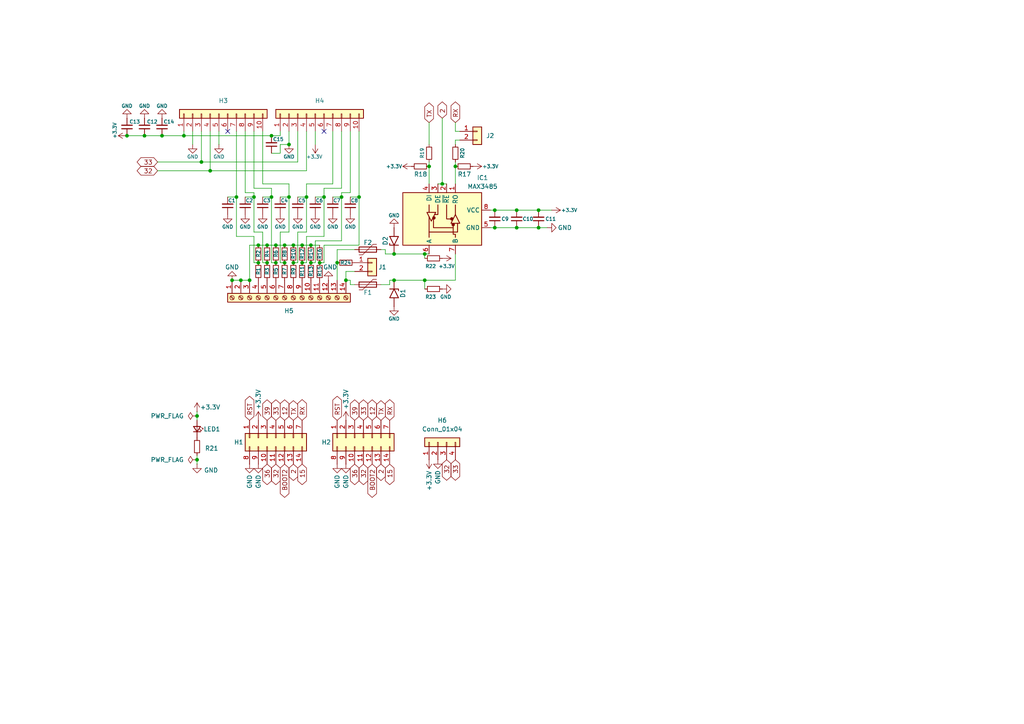
<source format=kicad_sch>
(kicad_sch (version 20231120) (generator "eeschema") (generator_version "8.0")
  (paper "A4")
  (title_block (title "SHADRS485") (rev "3.1") (company "Author: Csaba Aladar Zoltan") (comment 1 "- RS-485 interface") (comment 2 "- On board voltage dividers for each channel") (comment 3 "- Sockets and breakout for 2 ADS1115 AD converter") (comment 4 "Extension board mountable top of the SHIO88W board."))
  (junction (at 156.21 60.96))
  (junction (at 123.19 73.66))
  (junction (at 72.39 81.28))
  (junction (at 93.98 57.15))
  (junction (at 156.21 66.04))
  (junction (at 92.71 76.2))
  (junction (at 123.19 81.28))
  (junction (at 87.63 76.2))
  (junction (at 82.55 71.12))
  (junction (at 58.42 46.99))
  (junction (at 87.63 71.12))
  (junction (at 69.85 81.28))
  (junction (at 149.86 66.04))
  (junction (at 80.01 71.12))
  (junction (at 143.51 60.96))
  (junction (at 60.96 49.53))
  (junction (at 114.3 73.66))
  (junction (at 68.58 57.15))
  (junction (at 114.3 81.28))
  (junction (at 90.17 71.12))
  (junction (at 83.82 57.15))
  (junction (at 83.82 41.91))
  (junction (at 41.91 39.37))
  (junction (at 85.09 76.2))
  (junction (at 99.06 57.15))
  (junction (at 77.47 76.2))
  (junction (at 67.31 81.28))
  (junction (at 46.99 39.37))
  (junction (at 78.74 39.37))
  (junction (at 82.55 76.2))
  (junction (at 80.01 76.2))
  (junction (at 85.09 71.12))
  (junction (at 77.47 71.12))
  (junction (at 90.17 76.2))
  (junction (at 97.79 76.2))
  (junction (at 100.33 81.28))
  (junction (at 74.93 71.12))
  (junction (at 57.15 133.35))
  (junction (at 78.74 57.15))
  (junction (at 132.08 48.26))
  (junction (at 73.66 57.15))
  (junction (at 128.27 53.34))
  (junction (at 53.34 39.37))
  (junction (at 124.46 48.26))
  (junction (at 74.93 76.2))
  (junction (at 104.14 57.15))
  (junction (at 143.51 66.04))
  (junction (at 36.83 39.37))
  (junction (at 149.86 60.96))
  (junction (at 88.9 57.15))
  (junction (at 57.15 120.65))
  (no_connect (at 93.98 38.1))
  (no_connect (at 66.04 38.1))
  (wire (pts (xy 96.52 38.1) (xy 96.52 53.34)))
  (wire (pts (xy 133.35 38.1) (xy 132.08 38.1)))
  (wire (pts (xy 72.39 71.12) (xy 74.93 71.12)))
  (wire (pts (xy 88.9 38.1) (xy 88.9 49.53)))
  (wire (pts (xy 91.44 76.2) (xy 91.44 69.85)))
  (wire (pts (xy 86.36 46.99) (xy 58.42 46.99)))
  (wire (pts (xy 93.98 76.2) (xy 93.98 71.12)))
  (wire (pts (xy 90.17 76.2) (xy 91.44 76.2)))
  (wire (pts (xy 57.15 133.35) (xy 57.15 132.08)))
  (wire (pts (xy 96.52 53.34) (xy 88.9 53.34)))
  (wire (pts (xy 102.87 78.74) (xy 100.33 78.74)))
  (wire (pts (xy 113.03 82.55) (xy 113.03 81.28)))
  (wire (pts (xy 68.58 57.15) (xy 66.04 57.15)))
  (wire (pts (xy 71.12 55.88) (xy 71.12 38.1)))
  (wire (pts (xy 77.47 76.2) (xy 76.2 76.2)))
  (wire (pts (xy 78.74 44.45) (xy 81.28 44.45)))
  (wire (pts (xy 104.14 57.15) (xy 101.6 57.15)))
  (wire (pts (xy 67.31 81.28) (xy 69.85 81.28)))
  (wire (pts (xy 88.9 57.15) (xy 88.9 67.31)))
  (wire (pts (xy 110.49 72.39) (xy 111.76 72.39)))
  (wire (pts (xy 45.72 46.99) (xy 58.42 46.99)))
  (wire (pts (xy 128.27 53.34) (xy 129.54 53.34)))
  (wire (pts (xy 123.19 81.28) (xy 132.08 81.28)))
  (wire (pts (xy 86.36 57.15) (xy 88.9 57.15)))
  (wire (pts (xy 111.76 72.39) (xy 111.76 73.66)))
  (wire (pts (xy 143.51 66.04) (xy 149.86 66.04)))
  (wire (pts (xy 104.14 38.1) (xy 104.14 57.15)))
  (wire (pts (xy 91.44 69.85) (xy 99.06 69.85)))
  (wire (pts (xy 97.79 72.39) (xy 102.87 72.39)))
  (wire (pts (xy 113.03 81.28) (xy 114.3 81.28)))
  (wire (pts (xy 104.14 71.12) (xy 104.14 57.15)))
  (wire (pts (xy 73.66 55.88) (xy 71.12 55.88)))
  (wire (pts (xy 60.96 38.1) (xy 60.96 49.53)))
  (wire (pts (xy 80.01 76.2) (xy 78.74 76.2)))
  (wire (pts (xy 82.55 76.2) (xy 81.28 76.2)))
  (wire (pts (xy 101.6 82.55) (xy 102.87 82.55)))
  (wire (pts (xy 87.63 71.12) (xy 90.17 71.12)))
  (wire (pts (xy 149.86 60.96) (xy 156.21 60.96)))
  (wire (pts (xy 76.2 38.1) (xy 76.2 53.34)))
  (wire (pts (xy 78.74 57.15) (xy 78.74 76.2)))
  (wire (pts (xy 73.66 57.15) (xy 73.66 55.88)))
  (wire (pts (xy 124.46 48.26) (xy 124.46 53.34)))
  (wire (pts (xy 73.66 57.15) (xy 73.66 67.31)))
  (wire (pts (xy 142.24 66.04) (xy 143.51 66.04)))
  (wire (pts (xy 143.51 60.96) (xy 149.86 60.96)))
  (wire (pts (xy 123.19 73.66) (xy 124.46 73.66)))
  (wire (pts (xy 78.74 54.61) (xy 78.74 57.15)))
  (wire (pts (xy 57.15 134.62) (xy 57.15 133.35)))
  (wire (pts (xy 41.91 39.37) (xy 46.99 39.37)))
  (wire (pts (xy 80.01 71.12) (xy 82.55 71.12)))
  (wire (pts (xy 149.86 66.04) (xy 156.21 66.04)))
  (wire (pts (xy 53.34 39.37) (xy 78.74 39.37)))
  (wire (pts (xy 53.34 39.37) (xy 53.34 38.1)))
  (wire (pts (xy 76.2 53.34) (xy 83.82 53.34)))
  (wire (pts (xy 81.28 38.1) (xy 81.28 39.37)))
  (wire (pts (xy 93.98 57.15) (xy 91.44 57.15)))
  (wire (pts (xy 86.36 38.1) (xy 86.36 46.99)))
  (wire (pts (xy 93.98 57.15) (xy 93.98 68.58)))
  (wire (pts (xy 101.6 38.1) (xy 101.6 55.88)))
  (wire (pts (xy 36.83 39.37) (xy 41.91 39.37)))
  (wire (pts (xy 45.72 49.53) (xy 60.96 49.53)))
  (wire (pts (xy 74.93 71.12) (xy 77.47 71.12)))
  (wire (pts (xy 87.63 76.2) (xy 88.9 76.2)))
  (wire (pts (xy 93.98 54.61) (xy 93.98 57.15)))
  (wire (pts (xy 132.08 46.99) (xy 132.08 48.26)))
  (wire (pts (xy 156.21 66.04) (xy 158.75 66.04)))
  (wire (pts (xy 100.33 78.74) (xy 100.33 81.28)))
  (wire (pts (xy 73.66 68.58) (xy 68.58 68.58)))
  (wire (pts (xy 88.9 68.58) (xy 93.98 68.58)))
  (wire (pts (xy 73.66 54.61) (xy 78.74 54.61)))
  (wire (pts (xy 91.44 41.91) (xy 91.44 38.1)))
  (wire (pts (xy 96.52 57.15) (xy 99.06 57.15)))
  (wire (pts (xy 128.27 34.29) (xy 128.27 53.34)))
  (wire (pts (xy 81.28 41.91) (xy 83.82 41.91)))
  (wire (pts (xy 92.71 76.2) (xy 93.98 76.2)))
  (wire (pts (xy 142.24 60.96) (xy 143.51 60.96)))
  (wire (pts (xy 77.47 71.12) (xy 80.01 71.12)))
  (wire (pts (xy 76.2 76.2) (xy 76.2 67.31)))
  (wire (pts (xy 90.17 71.12) (xy 92.71 71.12)))
  (wire (pts (xy 88.9 76.2) (xy 88.9 68.58)))
  (wire (pts (xy 74.93 76.2) (xy 73.66 76.2)))
  (wire (pts (xy 83.82 57.15) (xy 83.82 67.31)))
  (wire (pts (xy 97.79 76.2) (xy 97.79 72.39)))
  (wire (pts (xy 57.15 120.65) (xy 57.15 121.92)))
  (wire (pts (xy 99.06 55.88) (xy 99.06 57.15)))
  (wire (pts (xy 110.49 82.55) (xy 113.03 82.55)))
  (wire (pts (xy 124.46 35.56) (xy 124.46 41.91)))
  (wire (pts (xy 99.06 38.1) (xy 99.06 54.61)))
  (wire (pts (xy 58.42 46.99) (xy 58.42 38.1)))
  (wire (pts (xy 63.5 38.1) (xy 63.5 41.91)))
  (wire (pts (xy 78.74 39.37) (xy 81.28 39.37)))
  (wire (pts (xy 101.6 55.88) (xy 99.06 55.88)))
  (wire (pts (xy 123.19 73.66) (xy 123.19 74.93)))
  (wire (pts (xy 81.28 76.2) (xy 81.28 67.31)))
  (wire (pts (xy 85.09 76.2) (xy 86.36 76.2)))
  (wire (pts (xy 101.6 82.55) (xy 101.6 81.28)))
  (wire (pts (xy 99.06 54.61) (xy 93.98 54.61)))
  (wire (pts (xy 132.08 40.64) (xy 133.35 40.64)))
  (wire (pts (xy 73.66 38.1) (xy 73.66 54.61)))
  (wire (pts (xy 97.79 81.28) (xy 97.79 76.2)))
  (wire (pts (xy 81.28 44.45) (xy 81.28 41.91)))
  (wire (pts (xy 124.46 46.99) (xy 124.46 48.26)))
  (wire (pts (xy 72.39 81.28) (xy 72.39 71.12)))
  (wire (pts (xy 88.9 53.34) (xy 88.9 57.15)))
  (wire (pts (xy 111.76 73.66) (xy 114.3 73.66)))
  (wire (pts (xy 101.6 81.28) (xy 100.33 81.28)))
  (wire (pts (xy 76.2 67.31) (xy 73.66 67.31)))
  (wire (pts (xy 114.3 81.28) (xy 123.19 81.28)))
  (wire (pts (xy 132.08 73.66) (xy 132.08 81.28)))
  (wire (pts (xy 132.08 38.1) (xy 132.08 35.56)))
  (wire (pts (xy 132.08 40.64) (xy 132.08 41.91)))
  (wire (pts (xy 156.21 60.96) (xy 160.02 60.96)))
  (wire (pts (xy 114.3 73.66) (xy 123.19 73.66)))
  (wire (pts (xy 86.36 67.31) (xy 88.9 67.31)))
  (wire (pts (xy 55.88 38.1) (xy 55.88 41.91)))
  (wire (pts (xy 83.82 38.1) (xy 83.82 41.91)))
  (wire (pts (xy 85.09 71.12) (xy 87.63 71.12)))
  (wire (pts (xy 69.85 81.28) (xy 72.39 81.28)))
  (wire (pts (xy 127 53.34) (xy 128.27 53.34)))
  (wire (pts (xy 57.15 119.38) (xy 57.15 120.65)))
  (wire (pts (xy 132.08 48.26) (xy 132.08 53.34)))
  (wire (pts (xy 82.55 71.12) (xy 85.09 71.12)))
  (wire (pts (xy 68.58 57.15) (xy 68.58 68.58)))
  (wire (pts (xy 86.36 76.2) (xy 86.36 67.31)))
  (wire (pts (xy 73.66 76.2) (xy 73.66 68.58)))
  (wire (pts (xy 99.06 69.85) (xy 99.06 57.15)))
  (wire (pts (xy 81.28 67.31) (xy 83.82 67.31)))
  (wire (pts (xy 83.82 53.34) (xy 83.82 57.15)))
  (wire (pts (xy 83.82 57.15) (xy 81.28 57.15)))
  (wire (pts (xy 73.66 57.15) (xy 71.12 57.15)))
  (wire (pts (xy 46.99 39.37) (xy 53.34 39.37)))
  (wire (pts (xy 88.9 49.53) (xy 60.96 49.53)))
  (wire (pts (xy 76.2 57.15) (xy 78.74 57.15)))
  (wire (pts (xy 68.58 38.1) (xy 68.58 57.15)))
  (wire (pts (xy 123.19 81.28) (xy 123.19 83.82)))
  (wire (pts (xy 93.98 71.12) (xy 104.14 71.12)))
  (global_label "2" (shape bidirectional) (at 128.27 34.29 90) (property "Intersheetrefs" "${INTERSHEET_REFS}" (effects (hide yes))))
  (global_label "15" (shape bidirectional) (at 113.03 134.62 270) (property "Intersheetrefs" "${INTERSHEET_REFS}" (effects (hide yes))))
  (global_label "BOOT2" (shape bidirectional) (at 82.55 134.62 270) (property "Intersheetrefs" "${INTERSHEET_REFS}" (effects (hide yes))))
  (global_label "2" (shape bidirectional) (at 110.49 134.62 270) (property "Intersheetrefs" "${INTERSHEET_REFS}" (effects (hide yes))))
  (global_label "39" (shape bidirectional) (at 77.47 121.92 90) (property "Intersheetrefs" "${INTERSHEET_REFS}" (effects (hide yes))))
  (global_label "RX" (shape bidirectional) (at 113.03 121.92 90) (property "Intersheetrefs" "${INTERSHEET_REFS}" (effects (hide yes))))
  (global_label "12" (shape bidirectional) (at 107.95 121.92 90) (property "Intersheetrefs" "${INTERSHEET_REFS}" (effects (hide yes))))
  (global_label "33" (shape bidirectional) (at 132.08 133.35 270) (property "Intersheetrefs" "${INTERSHEET_REFS}" (effects (hide yes))))
  (global_label "32" (shape bidirectional) (at 80.01 134.62 270) (property "Intersheetrefs" "${INTERSHEET_REFS}" (effects (hide yes))))
  (global_label "RST" (shape bidirectional) (at 97.79 121.92 90) (property "Intersheetrefs" "${INTERSHEET_REFS}" (effects (hide yes))))
  (global_label "33" (shape bidirectional) (at 45.72 46.99 180) (property "Intersheetrefs" "${INTERSHEET_REFS}" (effects (hide yes))))
  (global_label "32" (shape bidirectional) (at 105.41 134.62 270) (property "Intersheetrefs" "${INTERSHEET_REFS}" (effects (hide yes))))
  (global_label "TX" (shape bidirectional) (at 110.49 121.92 90) (property "Intersheetrefs" "${INTERSHEET_REFS}" (effects (hide yes))))
  (global_label "12" (shape bidirectional) (at 82.55 121.92 90) (property "Intersheetrefs" "${INTERSHEET_REFS}" (effects (hide yes))))
  (global_label "33" (shape bidirectional) (at 80.01 121.92 90) (property "Intersheetrefs" "${INTERSHEET_REFS}" (effects (hide yes))))
  (global_label "15" (shape bidirectional) (at 87.63 134.62 270) (property "Intersheetrefs" "${INTERSHEET_REFS}" (effects (hide yes))))
  (global_label "RST" (shape bidirectional) (at 72.39 121.92 90) (property "Intersheetrefs" "${INTERSHEET_REFS}" (effects (hide yes))))
  (global_label "32" (shape bidirectional) (at 45.72 49.53 180) (property "Intersheetrefs" "${INTERSHEET_REFS}" (effects (hide yes))))
  (global_label "RX" (shape bidirectional) (at 87.63 121.92 90) (property "Intersheetrefs" "${INTERSHEET_REFS}" (effects (hide yes))))
  (global_label "RX" (shape bidirectional) (at 132.08 35.56 90) (property "Intersheetrefs" "${INTERSHEET_REFS}" (effects (hide yes))))
  (global_label "32" (shape bidirectional) (at 129.54 133.35 270) (property "Intersheetrefs" "${INTERSHEET_REFS}" (effects (hide yes))))
  (global_label "TX" (shape bidirectional) (at 85.09 121.92 90) (property "Intersheetrefs" "${INTERSHEET_REFS}" (effects (hide yes))))
  (global_label "39" (shape bidirectional) (at 102.87 121.92 90) (property "Intersheetrefs" "${INTERSHEET_REFS}" (effects (hide yes))))
  (global_label "2" (shape bidirectional) (at 85.09 134.62 270) (property "Intersheetrefs" "${INTERSHEET_REFS}" (effects (hide yes))))
  (global_label "BOOT2" (shape bidirectional) (at 107.95 134.62 270) (property "Intersheetrefs" "${INTERSHEET_REFS}" (effects (hide yes))))
  (global_label "36" (shape bidirectional) (at 102.87 134.62 270) (property "Intersheetrefs" "${INTERSHEET_REFS}" (effects (hide yes))))
  (global_label "TX" (shape bidirectional) (at 124.46 35.56 90) (property "Intersheetrefs" "${INTERSHEET_REFS}" (effects (hide yes))))
  (global_label "36" (shape bidirectional) (at 77.47 134.62 270) (property "Intersheetrefs" "${INTERSHEET_REFS}" (effects (hide yes))))
  (global_label "33" (shape bidirectional) (at 105.41 121.92 90) (property "Intersheetrefs" "${INTERSHEET_REFS}" (effects (hide yes))))
  (symbol (lib_id "Device:R_Small") (at 90.17 73.66 0) (unit 1)
    (property "Reference" "R14" (at 90.17 75.184 90) (effects (font (size 1.016 1.016)) (justify left)))
    (property "Value" "R_Small" (effects (hide yes)))
    (property "Footprint" "Resistor_THT:R_Axial_DIN0204_L3.6mm_D1.6mm_P5.08mm_Horizontal" (effects (hide yes)))
    (property "Description" "AD voltage divider resistor L" (effects (hide yes)))
    (property "Order link 1" "https://www.hestore.hu/prod_10025387.html" (effects (hide yes)))
  )
  (symbol (lib_id "Device:R_Small") (at 125.73 83.82 90) (unit 1)
    (property "Reference" "R23" (at 126.492 86.106 90) (effects (font (size 1.016 1.016)) (justify left)))
    (property "Value" "R_Small" (effects (hide yes)))
    (property "Footprint" "Resistor_SMD:R_0805_2012Metric_Pad1.20x1.40mm_HandSolder" (effects (hide yes)))
    (property "Description" "optional RS485 bias resistor" (effects (hide yes)))
  )
  (symbol (lib_id "Device:C_Small") (at 78.74 41.91 180) (unit 1)
    (property "Reference" "C15" (at 82.296 40.386 0) (effects (font (size 1.016 1.016)) (justify left)))
    (property "Value" "C_Small" (effects (hide yes)))
    (property "Footprint" "Capacitor_SMD:C_0805_2012Metric_Pad1.18x1.45mm_HandSolder" (effects (hide yes)))
    (property "Description" "50V 100nF X7R ±10% 0805 Multilayer Ceramic Capacitor" (effects (hide yes)))
    (property "LCSC" "C49678" (effects (hide yes)))
    (property "Order link 1" "https://www.hestore.hu/prod_10001122.html" (effects (hide yes)))
  )
  (symbol (lib_id "power:GND") (at 41.91 34.29 180) (unit 1)
    (property "Reference" "#PWR034" (effects (hide yes)))
    (property "Value" "GND" (at 41.91 30.734 0) (effects (font (size 1.016 1.016))))
    (property "Description" "Power symbol creates a global label with name \"GND\" , ground" (effects (hide yes)))
  )
  (symbol (lib_id "power:GND") (at 81.28 62.23 0) (unit 1)
    (property "Reference" "#PWR05" (effects (hide yes)))
    (property "Value" "GND" (at 81.28 65.786 0) (effects (font (size 1.016 1.016))))
    (property "Description" "Power symbol creates a global label with name \"GND\" , ground" (effects (hide yes)))
  )
  (symbol (lib_id "Device:C_Small") (at 143.51 63.5 180) (unit 1)
    (property "Reference" "C9" (at 147.574 63.5 0) (effects (font (size 1.016 1.016)) (justify left)))
    (property "Value" "C_Small" (effects (hide yes)))
    (property "Footprint" "Capacitor_SMD:C_0805_2012Metric_Pad1.18x1.45mm_HandSolder" (effects (hide yes)))
    (property "Description" "50V 100nF X7R ±10% 0805 Multilayer Ceramic Capacitor" (effects (hide yes)))
    (property "LCSC" "C49678 " (effects (hide yes)))
    (property "Order link 1" "https://www.hestore.hu/prod_10001122.html" (effects (hide yes)))
  )
  (symbol (lib_id "Device:R_Small") (at 87.63 78.74 0) (unit 1)
    (property "Reference" "R11" (at 87.63 80.264 90) (effects (font (size 1.016 1.016)) (justify left)))
    (property "Value" "R_Small" (effects (hide yes)))
    (property "Footprint" "Resistor_THT:R_Axial_DIN0204_L3.6mm_D1.6mm_P5.08mm_Horizontal" (effects (hide yes)))
    (property "Description" "AD voltage divider resistor H" (effects (hide yes)))
    (property "Order link 1" "https://www.hestore.hu/prod_10024431.html" (effects (hide yes)))
  )
  (symbol (lib_id "Device:C_Small") (at 91.44 59.69 180) (unit 1)
    (property "Reference" "C6" (at 93.726 58.166 0) (effects (font (size 1.016 1.016)) (justify left)))
    (property "Value" "C_Small" (effects (hide yes)))
    (property "Footprint" "Capacitor_SMD:C_0805_2012Metric_Pad1.18x1.45mm_HandSolder" (effects (hide yes)))
    (property "Description" "50V 100nF X7R ±10% 0805 Multilayer Ceramic Capacitor" (effects (hide yes)))
    (property "LCSC" "C49678" (effects (hide yes)))
    (property "Order link 1" "https://www.hestore.hu/prod_10001122.html" (effects (hide yes)))
  )
  (symbol (lib_id "Connector_Generic:Conn_01x02") (at 107.95 76.2 0) (unit 1)
    (property "Reference" "J1" (at 109.728 77.47 0) (effects (justify left)))
    (property "Value" "Conn_01x02" (effects (hide yes)))
    (property "Footprint" "Connector_PinHeader_2.54mm:PinHeader_1x02_P2.54mm_Vertical" (effects (hide yes)))
    (property "Description" "Generic connector, single row, 01x02, script generated (kicad-library-utils/schlib/autogen/connector/)" (effects (hide yes)))
    (property "Order link 1" "https://www.hestore.hu/prod_10024167.html" (effects (hide yes)))
    (property "Order link 2" "https://www.hestore.hu/prod_10024128.html" (effects (hide yes)))
  )
  (symbol (lib_id "power:GND") (at 57.15 134.62 0) (unit 1)
    (property "Reference" "#PWR022" (effects (hide yes)))
    (property "Value" "GND" (at 61.214 136.398 0))
    (property "Description" "Power symbol creates a global label with name \"GND\" , ground" (effects (hide yes)))
  )
  (symbol (lib_id "power:GND") (at 114.3 88.9 0) (unit 1)
    (property "Reference" "#PWR028" (effects (hide yes)))
    (property "Value" "GND" (at 114.3 92.456 0) (effects (font (size 1.016 1.016))))
    (property "Description" "Power symbol creates a global label with name \"GND\" , ground" (effects (hide yes)))
  )
  (symbol (lib_id "power:GND") (at 46.99 34.29 180) (unit 1)
    (property "Reference" "#PWR035" (effects (hide yes)))
    (property "Value" "GND" (at 46.99 30.734 0) (effects (font (size 1.016 1.016))))
    (property "Description" "Power symbol creates a global label with name \"GND\" , ground" (effects (hide yes)))
  )
  (symbol (lib_id "power:GND") (at 91.44 62.23 0) (unit 1)
    (property "Reference" "#PWR07" (effects (hide yes)))
    (property "Value" "GND" (at 91.44 65.786 0) (effects (font (size 1.016 1.016))))
    (property "Description" "Power symbol creates a global label with name \"GND\" , ground" (effects (hide yes)))
  )
  (symbol (lib_id "Device:R_Small") (at 87.63 73.66 0) (unit 1)
    (property "Reference" "R12" (at 87.63 75.184 90) (effects (font (size 1.016 1.016)) (justify left)))
    (property "Value" "R_Small" (effects (hide yes)))
    (property "Footprint" "Resistor_THT:R_Axial_DIN0204_L3.6mm_D1.6mm_P5.08mm_Horizontal" (effects (hide yes)))
    (property "Description" "AD voltage divider resistor L" (effects (hide yes)))
    (property "Order link 1" "https://www.hestore.hu/prod_10025387.html" (effects (hide yes)))
  )
  (symbol (lib_id "power:GND") (at 76.2 62.23 0) (unit 1)
    (property "Reference" "#PWR04" (effects (hide yes)))
    (property "Value" "GND" (at 76.2 65.786 0) (effects (font (size 1.016 1.016))))
    (property "Description" "Power symbol creates a global label with name \"GND\" , ground" (effects (hide yes)))
  )
  (symbol (lib_id "power:+3.3V") (at 74.93 121.92 0) (unit 1)
    (property "Reference" "#PWR016" (effects (hide yes)))
    (property "Value" "+3.3V" (at 74.93 115.824 90))
    (property "Description" "Power symbol creates a global label with name \"+3.3V\"" (effects (hide yes)))
  )
  (symbol (lib_id "Diode:SM6T6V8A") (at 114.3 85.09 270) (unit 1)
    (property "Reference" "D1" (at 116.84 85.09 0))
    (property "Value" "SMBJ12CA" (effects (hide yes)))
    (property "Footprint" "Diode_SMD:D_SMB" (effects (hide yes)))
    (property "Description" "30.2A 19.9V 13.3V 12V SMB ESD and Surge Protection" (effects (hide yes)))
    (property "LCSC" "C353397" (effects (hide yes)))
    (property "Order link 1" "https://www.hestore.hu/prod_10041414.html" (effects (hide yes)))
  )
  (symbol (lib_id "power:+3.3V") (at 91.44 41.91 180) (unit 1)
    (property "Reference" "#PWR015" (effects (hide yes)))
    (property "Value" "+3.3V" (at 91.186 45.466 0) (effects (font (size 1.016 1.016))))
    (property "Description" "Power symbol creates a global label with name \"+3.3V\"" (effects (hide yes)))
  )
  (symbol (lib_id "Device:C_Small") (at 71.12 59.69 180) (unit 1)
    (property "Reference" "C2" (at 73.406 58.166 0) (effects (font (size 1.016 1.016)) (justify left)))
    (property "Value" "C_Small" (effects (hide yes)))
    (property "Footprint" "Capacitor_SMD:C_0805_2012Metric_Pad1.18x1.45mm_HandSolder" (effects (hide yes)))
    (property "Description" "50V 100nF X7R ±10% 0805 Multilayer Ceramic Capacitor" (effects (hide yes)))
    (property "LCSC" "C49678" (effects (hide yes)))
    (property "Order link 1" "https://www.hestore.hu/prod_10001122.html" (effects (hide yes)))
  )
  (symbol (lib_id "Device:R_Small") (at 134.62 48.26 90) (unit 1)
    (property "Reference" "R17" (at 136.652 50.546 90) (effects (justify left)))
    (property "Value" "R_Small" (effects (hide yes)))
    (property "Footprint" "Resistor_SMD:R_0805_2012Metric_Pad1.20x1.40mm_HandSolder" (effects (hide yes)))
    (property "Description" "10k, SMD 0805, optional pull-up resistor" (effects (hide yes)))
    (property "LCSC" "C17414" (effects (hide yes)))
    (property "Order link 1" "https://www.hestore.hu/prod_10040338.html" (effects (hide yes)))
  )
  (symbol (lib_id "power:+3.3V") (at 137.16 48.26 270) (unit 1)
    (property "Reference" "#PWR027" (effects (hide yes)))
    (property "Value" "+3.3V" (at 142.24 48.26 90) (effects (font (size 1.016 1.016))))
    (property "Description" "Power symbol creates a global label with name \"+3.3V\"" (effects (hide yes)))
  )
  (symbol (lib_id "power:GND") (at 101.6 62.23 0) (unit 1)
    (property "Reference" "#PWR09" (effects (hide yes)))
    (property "Value" "GND" (at 101.6 65.786 0) (effects (font (size 1.016 1.016))))
    (property "Description" "Power symbol creates a global label with name \"GND\" , ground" (effects (hide yes)))
  )
  (symbol (lib_id "Device:R_Small") (at 82.55 78.74 0) (unit 1)
    (property "Reference" "R7" (at 82.55 79.756 90) (effects (font (size 1.016 1.016)) (justify left)))
    (property "Value" "R_Small" (effects (hide yes)))
    (property "Footprint" "Resistor_THT:R_Axial_DIN0204_L3.6mm_D1.6mm_P5.08mm_Horizontal" (effects (hide yes)))
    (property "Description" "AD voltage divider resistor H" (effects (hide yes)))
    (property "Order link 1" "https://www.hestore.hu/prod_10024431.html" (effects (hide yes)))
  )
  (symbol (lib_id "power:GND") (at 95.25 81.28 180) (unit 1)
    (property "Reference" "#PWR020" (effects (hide yes)))
    (property "Value" "GND" (at 95.758 77.47 0))
    (property "Description" "Power symbol creates a global label with name \"GND\" , ground" (effects (hide yes)))
  )
  (symbol (lib_id "Device:C_Small") (at 96.52 59.69 180) (unit 1)
    (property "Reference" "C7" (at 98.806 58.166 0) (effects (font (size 1.016 1.016)) (justify left)))
    (property "Value" "C_Small" (effects (hide yes)))
    (property "Footprint" "Capacitor_SMD:C_0805_2012Metric_Pad1.18x1.45mm_HandSolder" (effects (hide yes)))
    (property "Description" "50V 100nF X7R ±10% 0805 Multilayer Ceramic Capacitor" (effects (hide yes)))
    (property "LCSC" "C49678" (effects (hide yes)))
    (property "Order link 1" "https://www.hestore.hu/prod_10001122.html" (effects (hide yes)))
  )
  (symbol (lib_id "Device:C_Small") (at 36.83 36.83 180) (unit 1)
    (property "Reference" "C13" (at 40.64 35.306 0) (effects (font (size 1.016 1.016)) (justify left)))
    (property "Value" "C_Small" (effects (hide yes)))
    (property "Footprint" "Capacitor_SMD:C_1206_3216Metric_Pad1.33x1.80mm_HandSolder" (effects (hide yes)))
    (property "Description" "50V 2.2uF X7R ±10% 1206 Multilayer Ceramic Capacitor" (effects (hide yes)))
    (property "LCSC" "C50254" (effects (hide yes)))
    (property "Order link 1" "https://www.hestore.hu/prod_10031308.html" (effects (hide yes)))
  )
  (symbol (lib_id "Device:C_Small") (at 41.91 36.83 180) (unit 1)
    (property "Reference" "C12" (at 45.72 35.306 0) (effects (font (size 1.016 1.016)) (justify left)))
    (property "Value" "C_Small" (effects (hide yes)))
    (property "Footprint" "Capacitor_SMD:C_1206_3216Metric_Pad1.33x1.80mm_HandSolder" (effects (hide yes)))
    (property "Description" "50V 2.2uF X7R ±10% 1206 Multilayer Ceramic Capacitor" (effects (hide yes)))
    (property "LCSC" "C50254" (effects (hide yes)))
    (property "Order link 1" "https://www.hestore.hu/prod_10031308.html" (effects (hide yes)))
  )
  (symbol (lib_id "Device:R_Small") (at 82.55 73.66 0) (unit 1)
    (property "Reference" "R8" (at 82.55 74.676 90) (effects (font (size 1.016 1.016)) (justify left)))
    (property "Value" "R_Small" (effects (hide yes)))
    (property "Footprint" "Resistor_THT:R_Axial_DIN0204_L3.6mm_D1.6mm_P5.08mm_Horizontal" (effects (hide yes)))
    (property "Description" "AD voltage divider resistor L" (effects (hide yes)))
    (property "Order link 1" "https://www.hestore.hu/prod_10025387.html" (effects (hide yes)))
  )
  (symbol (lib_id "Connector_Generic:Conn_01x10") (at 91.44 33.02 90) (unit 1)
    (property "Reference" "H4" (at 92.71 29.21 90))
    (property "Value" "Conn_01x10" (effects (hide yes)))
    (property "Footprint" "Connector_PinSocket_2.54mm:PinSocket_1x10_P2.54mm_Vertical" (effects (hide yes)))
    (property "Description" "Generic connector, single row, 01x10, script generated (kicad-library-utils/schlib/autogen/connector/)" (effects (hide yes)))
    (property "Order link 1" "https://www.hestore.hu/prod_10028054.html" (effects (hide yes)))
    (property "Order link 2" "https://www.hestore.hu/prod_10041798.html" (effects (hide yes)))
  )
  (symbol (lib_id "Connector_Generic:Conn_01x02") (at 138.43 38.1 0) (unit 1)
    (property "Reference" "J2" (at 140.97 39.3699 0) (effects (justify left)))
    (property "Value" "Conn_01x02" (effects (hide yes)))
    (property "Footprint" "Connector_PinHeader_2.54mm:PinHeader_1x02_P2.54mm_Vertical" (effects (hide yes)))
    (property "Description" "Generic connector, single row, 01x02, script generated (kicad-library-utils/schlib/autogen/connector/)" (effects (hide yes)))
    (property "Order link 1" "https://www.hestore.hu/prod_10024167.html" (effects (hide yes)))
    (property "Order link 2" "https://www.hestore.hu/prod_10024128.html" (effects (hide yes)))
  )
  (symbol (lib_id "power:GND") (at 74.93 134.62 0) (unit 1)
    (property "Reference" "#PWR017" (effects (hide yes)))
    (property "Value" "GND" (at 74.93 139.7 90))
    (property "Description" "Power symbol creates a global label with name \"GND\" , ground" (effects (hide yes)))
  )
  (symbol (lib_id "power:GND") (at 96.52 62.23 0) (unit 1)
    (property "Reference" "#PWR08" (effects (hide yes)))
    (property "Value" "GND" (at 96.52 65.786 0) (effects (font (size 1.016 1.016))))
    (property "Description" "Power symbol creates a global label with name \"GND\" , ground" (effects (hide yes)))
  )
  (symbol (lib_id "power:+3.3V") (at 128.27 74.93 270) (unit 1)
    (property "Reference" "#PWR026" (effects (hide yes)))
    (property "Value" "+3.3V" (at 129.54 77.216 90) (effects (font (size 1.016 1.016))))
    (property "Description" "Power symbol creates a global label with name \"+3.3V\"" (effects (hide yes)))
  )
  (symbol (lib_id "power:+3.3V") (at 36.83 39.37 90) (unit 1)
    (property "Reference" "#PWR014" (effects (hide yes)))
    (property "Value" "+3.3V" (at 33.274 37.846 0) (effects (font (size 1.016 1.016))))
    (property "Description" "Power symbol creates a global label with name \"+3.3V\"" (effects (hide yes)))
  )
  (symbol (lib_id "Device:C_Small") (at 46.99 36.83 180) (unit 1)
    (property "Reference" "C14" (at 50.546 35.306 0) (effects (font (size 1.016 1.016)) (justify left)))
    (property "Value" "C_Small" (effects (hide yes)))
    (property "Footprint" "Capacitor_SMD:C_0805_2012Metric_Pad1.18x1.45mm_HandSolder" (effects (hide yes)))
    (property "Description" "50V 100nF X7R ±10% 0805 Multilayer Ceramic Capacitor" (effects (hide yes)))
    (property "LCSC" "C49678" (effects (hide yes)))
    (property "Order link 1" "https://www.hestore.hu/prod_10001122.html" (effects (hide yes)))
  )
  (symbol (lib_id "Device:C_Small") (at 156.21 63.5 180) (unit 1)
    (property "Reference" "C11" (at 161.29 63.5 0) (effects (font (size 1.016 1.016)) (justify left)))
    (property "Value" "C_Small" (effects (hide yes)))
    (property "Footprint" "Capacitor_SMD:C_1206_3216Metric_Pad1.33x1.80mm_HandSolder" (effects (hide yes)))
    (property "Description" "50V 2.2uF X7R ±10% 1206 Multilayer Ceramic Capacitor" (effects (hide yes)))
    (property "LCSC" "C50254" (effects (hide yes)))
    (property "Order link 1" "https://www.hestore.hu/prod_10031308.html" (effects (hide yes)))
  )
  (symbol (lib_id "power:GND") (at 127 133.35 0) (unit 1)
    (property "Reference" "#PWR030" (effects (hide yes)))
    (property "Value" "GND" (at 127 138.43 90))
    (property "Description" "Power symbol creates a global label with name \"GND\" , ground" (effects (hide yes)))
  )
  (symbol (lib_id "power:GND") (at 67.31 81.28 180) (unit 1)
    (property "Reference" "#PWR01" (effects (hide yes)))
    (property "Value" "GND" (at 67.31 77.47 0))
    (property "Description" "Power symbol creates a global label with name \"GND\" , ground" (effects (hide yes)))
  )
  (symbol (lib_id "power:GND") (at 72.39 134.62 0) (unit 1)
    (property "Reference" "#PWR032" (effects (hide yes)))
    (property "Value" "GND" (at 72.39 139.7 90))
    (property "Description" "Power symbol creates a global label with name \"GND\" , ground" (effects (hide yes)))
  )
  (symbol (lib_id "Device:R_Small") (at 100.33 76.2 90) (unit 1)
    (property "Reference" "R24" (at 101.854 76.2 90) (effects (font (size 1.016 1.016)) (justify left)))
    (property "Value" "R_Small" (effects (hide yes)))
    (property "Footprint" "Resistor_SMD:R_0805_2012Metric_Pad1.20x1.40mm_HandSolder" (effects (hide yes)))
    (property "Description" "120 ohm, SMD 0805, RS485 EOL resistor" (effects (hide yes)))
    (property "LCSC" "C17437" (effects (hide yes)))
    (property "Order link 1" "https://www.hestore.hu/prod_10027757.html" (effects (hide yes)))
  )
  (symbol (lib_id "power:GND") (at 66.04 62.23 0) (unit 1)
    (property "Reference" "#PWR02" (effects (hide yes)))
    (property "Value" "GND" (at 66.04 65.786 0) (effects (font (size 1.016 1.016))))
    (property "Description" "Power symbol creates a global label with name \"GND\" , ground" (effects (hide yes)))
  )
  (symbol (lib_id "Device:R_Small") (at 132.08 44.45 0) (unit 1)
    (property "Reference" "R20" (at 134.112 45.974 90) (effects (font (size 1.016 1.016)) (justify left)))
    (property "Value" "R_Small" (effects (hide yes)))
    (property "Footprint" "Resistor_SMD:R_0805_2012Metric_Pad1.20x1.40mm_HandSolder" (effects (hide yes)))
    (property "Description" "100 ohm, SMD 0805" (effects (hide yes)))
    (property "LCSC" "C17408" (effects (hide yes)))
    (property "Order link 1" "https://www.hestore.hu/prod_10044924.html" (effects (hide yes)))
  )
  (symbol (lib_id "power:GND") (at 100.33 134.62 0) (unit 1)
    (property "Reference" "#PWR019" (effects (hide yes)))
    (property "Value" "GND" (at 100.33 139.7 90))
    (property "Description" "Power symbol creates a global label with name \"GND\" , ground" (effects (hide yes)))
  )
  (symbol (lib_id "Device:R_Small") (at 85.09 78.74 0) (unit 1)
    (property "Reference" "R9" (at 85.09 79.756 90) (effects (font (size 1.016 1.016)) (justify left)))
    (property "Value" "R_Small" (effects (hide yes)))
    (property "Footprint" "Resistor_THT:R_Axial_DIN0204_L3.6mm_D1.6mm_P5.08mm_Horizontal" (effects (hide yes)))
    (property "Description" "AD voltage divider resistor H" (effects (hide yes)))
    (property "Order link 1" "https://www.hestore.hu/prod_10024431.html" (effects (hide yes)))
  )
  (symbol (lib_id "Device:Polyfuse") (at 106.68 72.39 90) (unit 1) (in_bom no)
    (property "Reference" "F2" (at 106.68 70.358 90))
    (property "Value" "Polyfuse" (effects (hide yes)))
    (property "Footprint" "Fuse:Fuse_1206_3216Metric_Pad1.42x1.75mm_HandSolder" (effects (hide yes)))
    (property "Description" "50 mA rated, 150 mA trip, SMD 1206" (effects (hide yes)))
    (property "LCSC" "C2830235" (effects (hide yes)))
    (property "Order link 1" "https://www.hestore.hu/prod_10039740.html" (effects (hide yes)))
  )
  (symbol (lib_id "Connector_Generic:Conn_01x10") (at 63.5 33.02 90) (unit 1)
    (property "Reference" "H3" (at 64.77 29.21 90))
    (property "Value" "Conn_01x10" (effects (hide yes)))
    (property "Footprint" "Connector_PinSocket_2.54mm:PinSocket_1x10_P2.54mm_Vertical" (effects (hide yes)))
    (property "Description" "Generic connector, single row, 01x10, script generated (kicad-library-utils/schlib/autogen/connector/)" (effects (hide yes)))
    (property "Order link 1" "https://www.hestore.hu/prod_10028054.html" (effects (hide yes)))
    (property "Order link 2" "https://www.hestore.hu/prod_10041798.html" (effects (hide yes)))
  )
  (symbol (lib_id "power:GND") (at 36.83 34.29 180) (unit 1)
    (property "Reference" "#PWR013" (effects (hide yes)))
    (property "Value" "GND" (at 36.83 30.734 0) (effects (font (size 1.016 1.016))))
    (property "Description" "Power symbol creates a global label with name \"GND\" , ground" (effects (hide yes)))
  )
  (symbol (lib_id "Device:Polyfuse") (at 106.68 82.55 90) (unit 1) (in_bom no)
    (property "Reference" "F1" (at 106.68 84.836 90))
    (property "Value" "Polyfuse" (effects (hide yes)))
    (property "Footprint" "Fuse:Fuse_1206_3216Metric_Pad1.42x1.75mm_HandSolder" (effects (hide yes)))
    (property "Description" "50 mA rated, 150 mA trip, SMD 1206" (effects (hide yes)))
    (property "LCSC" "C2830235" (effects (hide yes)))
    (property "Order link 1" "https://www.hestore.hu/prod_10039740.html" (effects (hide yes)))
  )
  (symbol (lib_id "Device:R_Small") (at 121.92 48.26 90) (unit 1)
    (property "Reference" "R18" (at 123.952 50.546 90) (effects (justify left)))
    (property "Value" "R_Small" (effects (hide yes)))
    (property "Footprint" "Resistor_SMD:R_0805_2012Metric_Pad1.20x1.40mm_HandSolder" (effects (hide yes)))
    (property "Description" "10k, SMD 0805, optional pull-up resistor" (effects (hide yes)))
    (property "LCSC" "C17414" (effects (hide yes)))
    (property "Order link 1" "https://www.hestore.hu/prod_10040338.html" (effects (hide yes)))
  )
  (symbol (lib_id "power:GND") (at 63.5 41.91 0) (unit 1)
    (property "Reference" "#PWR012" (effects (hide yes)))
    (property "Value" "GND" (at 63.5 45.466 0) (effects (font (size 1.016 1.016))))
    (property "Description" "Power symbol creates a global label with name \"GND\" , ground" (effects (hide yes)))
  )
  (symbol (lib_id "Device:R_Small") (at 77.47 73.66 0) (unit 1)
    (property "Reference" "R4" (at 77.47 74.676 90) (effects (font (size 1.016 1.016)) (justify left)))
    (property "Value" "R_Small" (effects (hide yes)))
    (property "Footprint" "Resistor_THT:R_Axial_DIN0204_L3.6mm_D1.6mm_P5.08mm_Horizontal" (effects (hide yes)))
    (property "Description" "AD voltage divider resistor L" (effects (hide yes)))
    (property "Order link 1" "https://www.hestore.hu/prod_10025387.html" (effects (hide yes)))
  )
  (symbol (lib_id "Device:R_Small") (at 90.17 78.74 0) (unit 1)
    (property "Reference" "R13" (at 90.17 80.264 90) (effects (font (size 1.016 1.016)) (justify left)))
    (property "Value" "R_Small" (effects (hide yes)))
    (property "Footprint" "Resistor_THT:R_Axial_DIN0204_L3.6mm_D1.6mm_P5.08mm_Horizontal" (effects (hide yes)))
    (property "Description" "AD voltage divider resistor H" (effects (hide yes)))
    (property "Order link 1" "https://www.hestore.hu/prod_10024431.html" (effects (hide yes)))
  )
  (symbol (lib_id "Device:R_Small") (at 74.93 73.66 0) (unit 1)
    (property "Reference" "R2" (at 74.93 74.676 90) (effects (font (size 1.016 1.016)) (justify left)))
    (property "Value" "R_Small" (effects (hide yes)))
    (property "Footprint" "Resistor_THT:R_Axial_DIN0204_L3.6mm_D1.6mm_P5.08mm_Horizontal" (effects (hide yes)))
    (property "Description" "AD voltage divider resistor L" (effects (hide yes)))
    (property "Order link 1" "https://www.hestore.hu/prod_10025387.html" (effects (hide yes)))
  )
  (symbol (lib_id "Device:C_Small") (at 81.28 59.69 180) (unit 1)
    (property "Reference" "C4" (at 83.566 58.166 0) (effects (font (size 1.016 1.016)) (justify left)))
    (property "Value" "C_Small" (effects (hide yes)))
    (property "Footprint" "Capacitor_SMD:C_0805_2012Metric_Pad1.18x1.45mm_HandSolder" (effects (hide yes)))
    (property "Description" "50V 100nF X7R ±10% 0805 Multilayer Ceramic Capacitor" (effects (hide yes)))
    (property "LCSC" "C49678" (effects (hide yes)))
    (property "Order link 1" "https://www.hestore.hu/prod_10001122.html" (effects (hide yes)))
  )
  (symbol (lib_id "Device:LED_Small") (at 57.15 124.46 270) (mirror x) (unit 1)
    (property "Reference" "LED1" (at 61.468 124.46 90))
    (property "Value" "LED_Small" (effects (hide yes)))
    (property "Footprint" "LED_SMD:LED_0805_2012Metric_Pad1.15x1.40mm_HandSolder" (effects (hide yes)))
    (property "Description" "LED 0805, Yellow" (effects (hide yes)))
    (property "LCSC" "C2296" (effects (hide yes)))
    (property "Order link 1" "https://www.hestore.hu/prod_10036394.html" (effects (hide yes)))
  )
  (symbol (lib_id "power:+3.3V") (at 100.33 121.92 0) (unit 1)
    (property "Reference" "#PWR018" (effects (hide yes)))
    (property "Value" "+3.3V" (at 100.33 115.824 90))
    (property "Description" "Power symbol creates a global label with name \"+3.3V\"" (effects (hide yes)))
  )
  (symbol (lib_id "power:GND") (at 128.27 83.82 90) (unit 1)
    (property "Reference" "#PWR025" (effects (hide yes)))
    (property "Value" "GND" (at 129.286 86.106 90) (effects (font (size 1.016 1.016))))
    (property "Description" "Power symbol creates a global label with name \"GND\" , ground" (effects (hide yes)))
  )
  (symbol (lib_id "Device:R_Small") (at 80.01 73.66 0) (unit 1)
    (property "Reference" "R6" (at 80.01 74.676 90) (effects (font (size 1.016 1.016)) (justify left)))
    (property "Value" "R_Small" (effects (hide yes)))
    (property "Footprint" "Resistor_THT:R_Axial_DIN0204_L3.6mm_D1.6mm_P5.08mm_Horizontal" (effects (hide yes)))
    (property "Description" "AD voltage divider resistor L" (effects (hide yes)))
    (property "Order link 1" "https://www.hestore.hu/prod_10025387.html" (effects (hide yes)))
  )
  (symbol (lib_id "power:GND") (at 55.88 41.91 0) (unit 1)
    (property "Reference" "#PWR010" (effects (hide yes)))
    (property "Value" "GND" (at 55.88 45.466 0) (effects (font (size 1.016 1.016))))
    (property "Description" "Power symbol creates a global label with name \"GND\" , ground" (effects (hide yes)))
  )
  (symbol (lib_id "power:+3.3V") (at 160.02 60.96 270) (unit 1)
    (property "Reference" "#PWR023" (effects (hide yes)))
    (property "Value" "+3.3V" (at 165.1 60.96 90) (effects (font (size 1.016 1.016))))
    (property "Description" "Power symbol creates a global label with name \"+3.3V\"" (effects (hide yes)))
  )
  (symbol (lib_id "power:GND") (at 158.75 66.04 90) (unit 1)
    (property "Reference" "#PWR024" (effects (hide yes)))
    (property "Value" "GND" (at 163.83 66.04 90))
    (property "Description" "Power symbol creates a global label with name \"GND\" , ground" (effects (hide yes)))
  )
  (symbol (lib_id "Device:C_Small") (at 76.2 59.69 180) (unit 1)
    (property "Reference" "C3" (at 78.486 58.166 0) (effects (font (size 1.016 1.016)) (justify left)))
    (property "Value" "C_Small" (effects (hide yes)))
    (property "Footprint" "Capacitor_SMD:C_0805_2012Metric_Pad1.18x1.45mm_HandSolder" (effects (hide yes)))
    (property "Description" "50V 100nF X7R ±10% 0805 Multilayer Ceramic Capacitor" (effects (hide yes)))
    (property "LCSC" "C49678" (effects (hide yes)))
    (property "Order link 1" "https://www.hestore.hu/prod_10001122.html" (effects (hide yes)))
  )
  (symbol (lib_id "power:+3.3V") (at 57.15 119.38 0) (unit 1)
    (property "Reference" "#PWR021" (effects (hide yes)))
    (property "Value" "+3.3V" (at 60.96 118.11 0))
    (property "Description" "Power symbol creates a global label with name \"+3.3V\"" (effects (hide yes)))
  )
  (symbol (lib_id "Connector_Generic:Conn_02x07_Top_Bottom") (at 77.47 127 0) (unit 1) (in_bom no)
    (property "Reference" "H1" (at 70.612 128.27 0) (effects (justify right)))
    (property "Value" "Conn_02x07_Top_Bottom" (effects (hide yes)))
    (property "Footprint" "Connector_IDC:IDC-Header_2x07_P2.54mm_Vertical" (effects (hide yes)))
    (property "Description" "Generic connector, double row, 02x07, top/bottom pin numbering scheme (row 1: 1...pins_per_row, row2: pins_per_row+1 ... num_pins), script generated (kicad-library-utils/schlib/autogen/connector/)" (effects (hide yes)))
    (property "Order link 1" "https://www.hestore.hu/prod_10026332.html" (effects (hide yes)))
  )
  (symbol (lib_id "Device:C_Small") (at 101.6 59.69 180) (unit 1)
    (property "Reference" "C8" (at 103.886 58.166 0) (effects (font (size 1.016 1.016)) (justify left)))
    (property "Value" "C_Small" (effects (hide yes)))
    (property "Footprint" "Capacitor_SMD:C_0805_2012Metric_Pad1.18x1.45mm_HandSolder" (effects (hide yes)))
    (property "Description" "50V 100nF X7R ±10% 0805 Multilayer Ceramic Capacitor" (effects (hide yes)))
    (property "LCSC" "C49678" (effects (hide yes)))
    (property "Order link 1" "https://www.hestore.hu/prod_10001122.html" (effects (hide yes)))
  )
  (symbol (lib_id "Device:C_Small") (at 149.86 63.5 180) (unit 1)
    (property "Reference" "C10" (at 154.686 63.5 0) (effects (font (size 1.016 1.016)) (justify left)))
    (property "Value" "C_Small" (effects (hide yes)))
    (property "Footprint" "Capacitor_SMD:C_0805_2012Metric_Pad1.18x1.45mm_HandSolder" (effects (hide yes)))
    (property "Description" "50V 100nF X7R ±10% 0805 Multilayer Ceramic Capacitor" (effects (hide yes)))
    (property "LCSC" "C49678" (effects (hide yes)))
    (property "Order link 1" "https://www.hestore.hu/prod_10001122.html" (effects (hide yes)))
  )
  (symbol (lib_id "power:GND") (at 83.82 41.91 0) (unit 1)
    (property "Reference" "#PWR011" (effects (hide yes)))
    (property "Value" "GND" (at 83.82 45.466 0) (effects (font (size 1.016 1.016))))
    (property "Description" "Power symbol creates a global label with name \"GND\" , ground" (effects (hide yes)))
  )
  (symbol (lib_id "power:GND") (at 86.36 62.23 0) (unit 1)
    (property "Reference" "#PWR06" (effects (hide yes)))
    (property "Value" "GND" (at 86.36 65.786 0) (effects (font (size 1.016 1.016))))
    (property "Description" "Power symbol creates a global label with name \"GND\" , ground" (effects (hide yes)))
  )
  (symbol (lib_id "Interface_UART:MAX3485") (at 129.54 63.5 270) (unit 1)
    (property "Reference" "IC1" (at 139.954 51.562 90))
    (property "Value" "MAX3485" (at 139.954 54.102 90))
    (property "Footprint" "Package_SO:SOIC-8_3.9x4.9mm_P1.27mm" (effects (hide yes)))
    (property "Datasheet" "https://datasheets.maximintegrated.com/en/ds/MAX3483-MAX3491.pdf" (effects (hide yes)))
    (property "Description" "True RS-485/RS-422, 10Mbps, Slew-Rate Limited, with low-power shutdown, with receiver/driver enable, 32 receiver drive capacitity, DIP-8 and SOIC-8" (effects (hide yes)))
    (property "Order link 1" "https://hu.mouser.com/ProductDetail/Analog-Devices-Maxim-Integrated/MAX3485EESA%2b?qs=1THa7WoU59HLsdsozrMCeQ%3D%3D" (effects (hide yes)))
    (property "Order link 2" "https://hu.mouser.com/ProductDetail/511-ST3485EBDR" (effects (hide yes)))
    (property "LCSC" "C9943" (effects (hide yes)))
  )
  (symbol (lib_id "Device:C_Small") (at 86.36 59.69 180) (unit 1)
    (property "Reference" "C5" (at 88.646 58.166 0) (effects (font (size 1.016 1.016)) (justify left)))
    (property "Value" "C_Small" (effects (hide yes)))
    (property "Footprint" "Capacitor_SMD:C_0805_2012Metric_Pad1.18x1.45mm_HandSolder" (effects (hide yes)))
    (property "Description" "50V 100nF X7R ±10% 0805 Multilayer Ceramic Capacitor" (effects (hide yes)))
    (property "LCSC" "C49678" (effects (hide yes)))
    (property "Order link 1" "https://www.hestore.hu/prod_10001122.html" (effects (hide yes)))
  )
  (symbol (lib_id "Device:R_Small") (at 57.15 129.54 0) (unit 1)
    (property "Reference" "R21" (at 59.436 130.048 0) (effects (justify left)))
    (property "Value" "R_Small" (effects (hide yes)))
    (property "Footprint" "Resistor_SMD:R_0805_2012Metric_Pad1.20x1.40mm_HandSolder" (effects (hide yes)))
    (property "Description" "10k, SMD 0805" (effects (hide yes)))
    (property "LCSC" "C17414" (effects (hide yes)))
    (property "Order link 1" "https://www.hestore.hu/prod_10040338.html" (effects (hide yes)))
  )
  (symbol (lib_id "power:GND") (at 114.3 66.04 180) (unit 1)
    (property "Reference" "#PWR029" (effects (hide yes)))
    (property "Value" "GND" (at 114.3 62.484 0) (effects (font (size 1.016 1.016))))
    (property "Description" "Power symbol creates a global label with name \"GND\" , ground" (effects (hide yes)))
  )
  (symbol (lib_id "Device:R_Small") (at 124.46 44.45 0) (unit 1)
    (property "Reference" "R19" (at 122.428 45.974 90) (effects (font (size 1.016 1.016)) (justify left)))
    (property "Value" "R_Small" (effects (hide yes)))
    (property "Footprint" "Resistor_SMD:R_0805_2012Metric_Pad1.20x1.40mm_HandSolder" (effects (hide yes)))
    (property "Description" "100 ohm, SMD 0805" (effects (hide yes)))
    (property "LCSC" "C17408" (effects (hide yes)))
    (property "Order link 1" "https://www.hestore.hu/prod_10044924.html" (effects (hide yes)))
  )
  (symbol (lib_id "Connector_Generic:Conn_02x07_Top_Bottom") (at 102.87 127 0) (unit 1) (in_bom no)
    (property "Reference" "H2" (at 96.012 128.27 0) (effects (justify right)))
    (property "Value" "Conn_02x07_Top_Bottom" (effects (hide yes)))
    (property "Footprint" "Connector_PinSocket_2.54mm:PinSocket_2x07_P2.54mm_Vertical" (effects (hide yes)))
    (property "Description" "Generic connector, double row, 02x07, top/bottom pin numbering scheme (row 1: 1...pins_per_row, row2: pins_per_row+1 ... num_pins), script generated (kicad-library-utils/schlib/autogen/connector/)" (effects (hide yes)))
    (property "Order link 1" "https://www.hestore.hu/prod_10039073.html" (effects (hide yes)))
  )
  (symbol (lib_id "Connector:Screw_Terminal_01x14") (at 82.55 86.36 90) (mirror x) (unit 1)
    (property "Reference" "H5" (at 83.82 90.17 90))
    (property "Value" "Screw_Terminal_01x14" (effects (hide yes)))
    (property "Footprint" "extras:MSTB 2,5 14-G-5,08" (effects (hide yes)))
    (property "Description" "Generic screw terminal, single row, 01x14, script generated (kicad-library-utils/schlib/autogen/connector/)" (effects (hide yes)))
  )
  (symbol (lib_id "Diode:SM6T6V8A") (at 114.3 69.85 90) (unit 1)
    (property "Reference" "D2" (at 111.76 69.85 0))
    (property "Value" "SMBJ12CA" (effects (hide yes)))
    (property "Footprint" "Diode_SMD:D_SMB" (effects (hide yes)))
    (property "Description" "30.2A 19.9V 13.3V 12V SMB ESD and Surge Protection" (effects (hide yes)))
    (property "LCSC" "C353397" (effects (hide yes)))
    (property "Order link 1" "https://www.hestore.hu/prod_10041414.html" (effects (hide yes)))
  )
  (symbol (lib_id "Device:R_Small") (at 92.71 73.66 0) (unit 1)
    (property "Reference" "R16" (at 92.71 75.184 90) (effects (font (size 1.016 1.016)) (justify left)))
    (property "Value" "R_Small" (effects (hide yes)))
    (property "Footprint" "Resistor_THT:R_Axial_DIN0204_L3.6mm_D1.6mm_P5.08mm_Horizontal" (effects (hide yes)))
    (property "Description" "AD voltage divider resistor L" (effects (hide yes)))
    (property "Order link 1" "https://www.hestore.hu/prod_10025387.html" (effects (hide yes)))
  )
  (symbol (lib_id "power:+3.3V") (at 124.46 133.35 180) (unit 1)
    (property "Reference" "#PWR031" (effects (hide yes)))
    (property "Value" "+3.3V" (at 124.46 139.446 90))
    (property "Description" "Power symbol creates a global label with name \"+3.3V\"" (effects (hide yes)))
  )
  (symbol (lib_id "power:PWR_FLAG") (at 57.15 133.35 90) (unit 1)
    (property "Reference" "#FLG02" (effects (hide yes)))
    (property "Value" "PWR_FLAG" (at 48.514 133.35 90))
    (property "Description" "Special symbol for telling ERC where power comes from" (effects (hide yes)))
  )
  (symbol (lib_id "power:PWR_FLAG") (at 57.15 120.65 90) (unit 1)
    (property "Reference" "#FLG01" (effects (hide yes)))
    (property "Value" "PWR_FLAG" (at 48.514 120.65 90))
    (property "Description" "Special symbol for telling ERC where power comes from" (effects (hide yes)))
  )
  (symbol (lib_id "Device:R_Small") (at 85.09 73.66 0) (unit 1)
    (property "Reference" "R10" (at 85.09 75.184 90) (effects (font (size 1.016 1.016)) (justify left)))
    (property "Value" "R_Small" (effects (hide yes)))
    (property "Footprint" "Resistor_THT:R_Axial_DIN0204_L3.6mm_D1.6mm_P5.08mm_Horizontal" (effects (hide yes)))
    (property "Description" "AD voltage divider resistor L" (effects (hide yes)))
    (property "Order link 1" "https://www.hestore.hu/prod_10025387.html" (effects (hide yes)))
  )
  (symbol (lib_id "power:GND") (at 97.79 134.62 0) (unit 1)
    (property "Reference" "#PWR033" (effects (hide yes)))
    (property "Value" "GND" (at 97.79 139.7 90))
    (property "Description" "Power symbol creates a global label with name \"GND\" , ground" (effects (hide yes)))
  )
  (symbol (lib_id "Device:R_Small") (at 125.73 74.93 90) (unit 1)
    (property "Reference" "R22" (at 126.492 77.216 90) (effects (font (size 1.016 1.016)) (justify left)))
    (property "Value" "R_Small" (effects (hide yes)))
    (property "Footprint" "Resistor_SMD:R_0805_2012Metric_Pad1.20x1.40mm_HandSolder" (effects (hide yes)))
    (property "Description" "optional RS485 bias resistor" (effects (hide yes)))
  )
  (symbol (lib_id "Connector_Generic:Conn_01x04") (at 127 128.27 90) (unit 1)
    (property "Reference" "H6" (at 128.27 121.92 90))
    (property "Value" "Conn_01x04" (at 128.27 124.46 90))
    (property "Footprint" "Connector_JST:JST_EH_S4B-EH_1x04_P2.50mm_Horizontal" (effects (hide yes)))
    (property "Description" "Generic connector, single row, 01x04, script generated (kicad-library-utils/schlib/autogen/connector/)" (effects (hide yes)))
    (property "Order link 1" "https://www.hestore.hu/prod_10035079.html" (effects (hide yes)))
  )
  (symbol (lib_id "power:+3.3V") (at 119.38 48.26 90) (unit 1)
    (property "Reference" "#PWR036" (effects (hide yes)))
    (property "Value" "+3.3V" (at 114.3 48.26 90) (effects (font (size 1.016 1.016))))
    (property "Description" "Power symbol creates a global label with name \"+3.3V\"" (effects (hide yes)))
  )
  (symbol (lib_id "power:GND") (at 71.12 62.23 0) (unit 1)
    (property "Reference" "#PWR03" (effects (hide yes)))
    (property "Value" "GND" (at 71.12 65.786 0) (effects (font (size 1.016 1.016))))
    (property "Description" "Power symbol creates a global label with name \"GND\" , ground" (effects (hide yes)))
  )
  (symbol (lib_id "Device:C_Small") (at 66.04 59.69 180) (unit 1)
    (property "Reference" "C1" (at 68.326 58.166 0) (effects (font (size 1.016 1.016)) (justify left)))
    (property "Value" "C_Small" (effects (hide yes)))
    (property "Footprint" "Capacitor_SMD:C_0805_2012Metric_Pad1.18x1.45mm_HandSolder" (effects (hide yes)))
    (property "Description" "50V 100nF X7R ±10% 0805 Multilayer Ceramic Capacitor" (effects (hide yes)))
    (property "LCSC" "C49678" (effects (hide yes)))
    (property "Order link 1" "https://www.hestore.hu/prod_10001122.html" (effects (hide yes)))
  )
  (symbol (lib_id "Device:R_Small") (at 74.93 78.74 0) (unit 1)
    (property "Reference" "R1" (at 74.93 79.756 90) (effects (font (size 1.016 1.016)) (justify left)))
    (property "Value" "R_Small" (effects (hide yes)))
    (property "Footprint" "Resistor_THT:R_Axial_DIN0204_L3.6mm_D1.6mm_P5.08mm_Horizontal" (effects (hide yes)))
    (property "Description" "AD voltage divider resistor H" (effects (hide yes)))
    (property "Order link 1" "https://www.hestore.hu/prod_10024431.html" (effects (hide yes)))
  )
  (symbol (lib_id "Device:R_Small") (at 80.01 78.74 0) (unit 1)
    (property "Reference" "R5" (at 80.01 79.756 90) (effects (font (size 1.016 1.016)) (justify left)))
    (property "Value" "R_Small" (effects (hide yes)))
    (property "Footprint" "Resistor_THT:R_Axial_DIN0204_L3.6mm_D1.6mm_P5.08mm_Horizontal" (effects (hide yes)))
    (property "Description" "AD voltage divider resistor H" (effects (hide yes)))
    (property "Order link 1" "https://www.hestore.hu/prod_10024431.html" (effects (hide yes)))
  )
  (symbol (lib_id "Device:R_Small") (at 77.47 78.74 0) (unit 1)
    (property "Reference" "R3" (at 77.47 79.756 90) (effects (font (size 1.016 1.016)) (justify left)))
    (property "Value" "R_Small" (effects (hide yes)))
    (property "Footprint" "Resistor_THT:R_Axial_DIN0204_L3.6mm_D1.6mm_P5.08mm_Horizontal" (effects (hide yes)))
    (property "Description" "AD voltage divider resistor H" (effects (hide yes)))
    (property "Order link 1" "https://www.hestore.hu/prod_10024431.html" (effects (hide yes)))
  )
  (symbol (lib_id "Device:R_Small") (at 92.71 78.74 0) (unit 1)
    (property "Reference" "R15" (at 92.71 80.264 90) (effects (font (size 1.016 1.016)) (justify left)))
    (property "Value" "R_Small" (effects (hide yes)))
    (property "Footprint" "Resistor_THT:R_Axial_DIN0204_L3.6mm_D1.6mm_P5.08mm_Horizontal" (effects (hide yes)))
    (property "Description" "AD voltage divider resistor H" (effects (hide yes)))
    (property "Order link 1" "https://www.hestore.hu/prod_10024431.html" (effects (hide yes)))
  )
)
</source>
